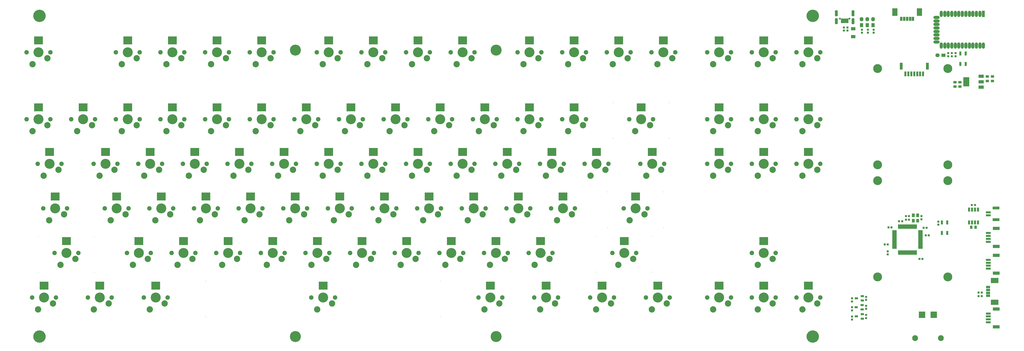
<source format=gts>
G04*
G04 #@! TF.GenerationSoftware,Altium Limited,Altium Designer,20.0.2 (26)*
G04*
G04 Layer_Color=8388736*
%FSLAX25Y25*%
%MOIN*%
G70*
G01*
G75*
%ADD54R,0.03556X0.06706*%
%ADD55R,0.03800X0.03800*%
G04:AMPARAMS|DCode=56|XSize=68mil|YSize=58mil|CornerRadius=0mil|HoleSize=0mil|Usage=FLASHONLY|Rotation=180.000|XOffset=0mil|YOffset=0mil|HoleType=Round|Shape=Octagon|*
%AMOCTAGOND56*
4,1,8,-0.03400,0.01450,-0.03400,-0.01450,-0.01950,-0.02900,0.01950,-0.02900,0.03400,-0.01450,0.03400,0.01450,0.01950,0.02900,-0.01950,0.02900,-0.03400,0.01450,0.0*
%
%ADD56OCTAGOND56*%

%ADD57R,0.06800X0.05800*%
%ADD58R,0.08674X0.12611*%
%ADD59R,0.03950X0.07099*%
%ADD60R,0.03800X0.03800*%
%ADD61R,0.07300X0.05800*%
%ADD62R,0.07887X0.03556*%
%ADD63R,0.11824X0.05524*%
%ADD64R,0.05721X0.03556*%
%ADD65O,0.01902X0.07870*%
%ADD66O,0.07870X0.01902*%
%ADD67R,0.03359X0.06600*%
%ADD68R,0.04737X0.11824*%
%ADD69R,0.03556X0.07887*%
%ADD70R,0.11824X0.04737*%
%ADD71R,0.04934X0.05918*%
G04:AMPARAMS|DCode=72|XSize=23.75mil|YSize=80.83mil|CornerRadius=0mil|HoleSize=0mil|Usage=FLASHONLY|Rotation=180.000|XOffset=0mil|YOffset=0mil|HoleType=Round|Shape=Octagon|*
%AMOCTAGOND72*
4,1,8,0.00594,-0.04042,-0.00594,-0.04042,-0.01187,-0.03448,-0.01187,0.03448,-0.00594,0.04042,0.00594,0.04042,0.01187,0.03448,0.01187,-0.03448,0.00594,-0.04042,0.0*
%
%ADD72OCTAGOND72*%

%ADD73R,0.09855X0.15761*%
%ADD74R,0.08674X0.05524*%
%ADD75R,0.04300X0.05800*%
%ADD76O,0.10642X0.05131*%
%ADD77O,0.05131X0.10642*%
%ADD78R,0.05131X0.10642*%
%ADD79R,0.05800X0.04300*%
G04:AMPARAMS|DCode=80|XSize=68mil|YSize=58mil|CornerRadius=0mil|HoleSize=0mil|Usage=FLASHONLY|Rotation=90.000|XOffset=0mil|YOffset=0mil|HoleType=Round|Shape=Octagon|*
%AMOCTAGOND80*
4,1,8,0.01450,0.03400,-0.01450,0.03400,-0.02900,0.01950,-0.02900,-0.01950,-0.01450,-0.03400,0.01450,-0.03400,0.02900,-0.01950,0.02900,0.01950,0.01450,0.03400,0.0*
%
%ADD80OCTAGOND80*%

%ADD81R,0.05800X0.06800*%
%ADD82R,0.07099X0.03950*%
%ADD83R,0.12611X0.08674*%
%ADD84C,0.18517*%
%ADD85C,0.07500*%
%ADD86C,0.10642*%
%ADD87C,0.16800*%
%ADD88R,0.14973X0.13398*%
%ADD89C,0.00800*%
%ADD90C,0.14973*%
%ADD91R,0.11036X0.11036*%
%ADD92C,0.09855*%
%ADD93C,0.03359*%
G04:AMPARAMS|DCode=94|XSize=49.34mil|YSize=98.55mil|CornerRadius=14.34mil|HoleSize=0mil|Usage=FLASHONLY|Rotation=180.000|XOffset=0mil|YOffset=0mil|HoleType=Round|Shape=RoundedRectangle|*
%AMROUNDEDRECTD94*
21,1,0.04934,0.06988,0,0,180.0*
21,1,0.02067,0.09855,0,0,180.0*
1,1,0.02867,-0.01034,0.03494*
1,1,0.02867,0.01034,0.03494*
1,1,0.02867,0.01034,-0.03494*
1,1,0.02867,-0.01034,-0.03494*
%
%ADD94ROUNDEDRECTD94*%
%ADD95C,0.20800*%
D54*
X1634929Y491858D02*
D03*
Y474142D02*
D03*
X1626071Y491858D02*
D03*
Y474142D02*
D03*
X1594924Y190061D02*
D03*
Y207778D02*
D03*
X1603783Y190061D02*
D03*
Y207778D02*
D03*
D55*
X1611676Y487440D02*
D03*
Y492558D02*
D03*
X1605426Y487440D02*
D03*
Y492558D02*
D03*
X1589000Y209059D02*
D03*
Y203941D02*
D03*
X1617926Y487440D02*
D03*
Y492558D02*
D03*
X1444047Y74689D02*
D03*
Y79807D02*
D03*
X1467547Y77189D02*
D03*
Y82307D02*
D03*
X1444047Y59689D02*
D03*
Y64807D02*
D03*
X1467547Y62189D02*
D03*
Y67307D02*
D03*
X1436130Y535689D02*
D03*
Y530571D02*
D03*
X1430130Y535689D02*
D03*
Y530571D02*
D03*
X1444047Y44189D02*
D03*
Y49307D02*
D03*
X1467547Y46689D02*
D03*
Y51807D02*
D03*
X1560666Y213107D02*
D03*
Y218225D02*
D03*
X1503780Y153930D02*
D03*
Y159049D02*
D03*
X1460727Y532018D02*
D03*
Y526900D02*
D03*
X1470476Y531959D02*
D03*
X1470476Y526841D02*
D03*
X1480226Y531959D02*
D03*
X1480226Y526841D02*
D03*
D56*
X1587500Y489000D02*
D03*
D57*
X1597500D02*
D03*
D58*
X1515803Y561500D02*
D03*
X1557197Y561500D02*
D03*
D59*
X1526712Y550435D02*
D03*
X1531633Y550435D02*
D03*
X1536554D02*
D03*
X1541476Y550435D02*
D03*
X1546397D02*
D03*
D60*
X1567941Y186000D02*
D03*
X1573059D02*
D03*
X1498941Y170500D02*
D03*
X1504059D02*
D03*
X1650700Y237000D02*
D03*
X1645250Y237006D02*
D03*
X1569225Y198781D02*
D03*
X1564107Y198781D02*
D03*
X1562225Y146395D02*
D03*
X1557107Y146395D02*
D03*
X1534606Y218166D02*
D03*
X1539724D02*
D03*
X1528166Y209781D02*
D03*
X1523047D02*
D03*
X1510225Y199281D02*
D03*
X1505107D02*
D03*
X1534606Y212166D02*
D03*
X1539724D02*
D03*
X1656728Y83500D02*
D03*
X1661846D02*
D03*
X1656728Y89500D02*
D03*
X1661846D02*
D03*
D61*
X1446000Y520250D02*
D03*
Y533750D02*
D03*
D62*
X1672958Y44579D02*
D03*
Y39658D02*
D03*
Y49500D02*
D03*
Y54421D02*
D03*
Y134800D02*
D03*
Y129878D02*
D03*
Y139721D02*
D03*
Y144642D02*
D03*
Y179965D02*
D03*
Y175043D02*
D03*
Y184886D02*
D03*
Y189807D02*
D03*
X1672801Y224551D02*
D03*
Y219630D02*
D03*
D63*
X1686147Y31980D02*
D03*
Y62098D02*
D03*
Y122201D02*
D03*
Y152319D02*
D03*
Y167366D02*
D03*
Y197485D02*
D03*
D64*
X1451407Y80001D02*
D03*
X1461247Y83741D02*
D03*
Y76261D02*
D03*
X1450907Y65000D02*
D03*
X1460747Y68740D02*
D03*
Y61260D02*
D03*
X1451407Y49501D02*
D03*
X1461247Y53241D02*
D03*
Y45761D02*
D03*
D65*
X1551766Y200762D02*
D03*
X1549796Y200762D02*
D03*
X1547828Y200762D02*
D03*
X1545860Y200762D02*
D03*
X1543892Y200762D02*
D03*
X1541922Y200762D02*
D03*
X1539954Y200762D02*
D03*
X1537986Y200762D02*
D03*
X1536017Y200762D02*
D03*
X1534048Y200762D02*
D03*
X1532080Y200762D02*
D03*
X1530112Y200762D02*
D03*
X1528143Y200762D02*
D03*
X1526175D02*
D03*
X1524206Y200762D02*
D03*
X1522237Y200762D02*
D03*
X1522237Y157062D02*
D03*
X1524207Y157062D02*
D03*
X1526175Y157062D02*
D03*
X1528143Y157062D02*
D03*
X1530111D02*
D03*
X1532080D02*
D03*
X1534048D02*
D03*
X1536017D02*
D03*
X1537986D02*
D03*
X1539954D02*
D03*
X1541922Y157062D02*
D03*
X1543892Y157062D02*
D03*
X1545860Y157062D02*
D03*
X1547828Y157062D02*
D03*
X1549796Y157062D02*
D03*
X1551766Y157062D02*
D03*
D66*
X1515151Y193676D02*
D03*
X1515152Y191707D02*
D03*
X1515151Y189739D02*
D03*
Y187770D02*
D03*
Y185802D02*
D03*
Y183833D02*
D03*
Y181865D02*
D03*
Y179896D02*
D03*
Y177928D02*
D03*
Y175959D02*
D03*
Y173991D02*
D03*
Y172022D02*
D03*
Y170054D02*
D03*
Y168085D02*
D03*
X1515152Y166117D02*
D03*
X1515151Y164148D02*
D03*
X1558852D02*
D03*
X1558851Y166117D02*
D03*
X1558852Y168085D02*
D03*
X1558851Y170054D02*
D03*
X1558852Y172022D02*
D03*
X1558851Y173991D02*
D03*
X1558852Y175959D02*
D03*
Y177928D02*
D03*
Y179896D02*
D03*
Y181865D02*
D03*
Y183833D02*
D03*
Y185802D02*
D03*
Y187770D02*
D03*
Y189739D02*
D03*
X1558851Y191707D02*
D03*
X1558852Y193676D02*
D03*
D67*
X1640612Y207548D02*
D03*
X1645612Y207548D02*
D03*
X1650612Y207548D02*
D03*
X1655612Y207548D02*
D03*
X1655612Y229202D02*
D03*
X1650612Y229202D02*
D03*
X1645612D02*
D03*
X1640612D02*
D03*
D68*
X1526453Y470689D02*
D03*
X1570547D02*
D03*
D69*
X1543579Y457500D02*
D03*
X1548500D02*
D03*
X1553421D02*
D03*
X1563264D02*
D03*
X1558342D02*
D03*
X1538657D02*
D03*
X1533736D02*
D03*
D70*
X1685990Y212347D02*
D03*
X1685990Y231835D02*
D03*
D71*
X1546882Y219667D02*
D03*
Y210611D02*
D03*
X1554165D02*
D03*
Y219667D02*
D03*
D72*
X1436661Y546835D02*
D03*
X1434102Y546835D02*
D03*
X1426425D02*
D03*
X1428984D02*
D03*
X1431543D02*
D03*
D73*
X1635806Y444402D02*
D03*
D74*
X1660805D02*
D03*
Y453457D02*
D03*
Y435347D02*
D03*
D75*
X1651740Y199500D02*
D03*
X1644260Y199500D02*
D03*
D76*
X1585968Y534953D02*
D03*
Y529047D02*
D03*
Y523142D02*
D03*
Y517236D02*
D03*
Y540858D02*
D03*
Y546764D02*
D03*
Y552669D02*
D03*
Y511331D02*
D03*
D77*
X1593843Y505425D02*
D03*
X1599748D02*
D03*
X1605654D02*
D03*
X1611559D02*
D03*
X1617465D02*
D03*
X1623370D02*
D03*
X1629276D02*
D03*
X1635181D02*
D03*
X1641087D02*
D03*
X1646992D02*
D03*
X1652898D02*
D03*
X1658803D02*
D03*
X1664709D02*
D03*
X1658803Y558575D02*
D03*
X1652898D02*
D03*
X1646992D02*
D03*
X1641087D02*
D03*
X1635181D02*
D03*
X1629276D02*
D03*
X1623370D02*
D03*
X1617465D02*
D03*
X1611559D02*
D03*
X1605654D02*
D03*
X1599748D02*
D03*
X1593843D02*
D03*
D78*
X1664709D02*
D03*
D79*
X1671378Y445759D02*
D03*
X1671378Y453240D02*
D03*
X1679878Y445759D02*
D03*
X1679878Y453240D02*
D03*
X1616878Y436260D02*
D03*
Y443740D02*
D03*
X1625378Y436260D02*
D03*
X1625378Y443740D02*
D03*
D80*
X1459785Y549500D02*
D03*
X1469535Y549500D02*
D03*
X1479285Y549500D02*
D03*
D81*
X1459785Y539500D02*
D03*
X1469535D02*
D03*
X1479285Y539500D02*
D03*
D82*
X1672565Y84194D02*
D03*
Y89115D02*
D03*
Y94036D02*
D03*
Y98958D02*
D03*
D83*
X1683630Y73394D02*
D03*
Y109866D02*
D03*
D84*
X846000Y497500D02*
D03*
X508500D02*
D03*
X846000Y15748D02*
D03*
X508500D02*
D03*
D85*
X103840Y156376D02*
D03*
X143840D02*
D03*
X1060090Y231376D02*
D03*
X1100090D02*
D03*
X106256Y81430D02*
D03*
X66256D02*
D03*
X200006D02*
D03*
X160005D02*
D03*
X293756D02*
D03*
X253755D02*
D03*
X856254D02*
D03*
X816254D02*
D03*
X950006D02*
D03*
X910006D02*
D03*
X1043754D02*
D03*
X1003754D02*
D03*
X1137506D02*
D03*
X1097506D02*
D03*
X1069464Y381376D02*
D03*
X1109464D02*
D03*
X125036Y231382D02*
D03*
X85036D02*
D03*
X1041338Y156376D02*
D03*
X1081338D02*
D03*
X96965Y493877D02*
D03*
X56965D02*
D03*
X246965D02*
D03*
X206965D02*
D03*
X321965D02*
D03*
X281965D02*
D03*
X396965D02*
D03*
X356965D02*
D03*
X471964D02*
D03*
X431964D02*
D03*
X584464D02*
D03*
X544464D02*
D03*
X659464D02*
D03*
X619464D02*
D03*
X734464D02*
D03*
X694464D02*
D03*
X809464D02*
D03*
X769464D02*
D03*
X921964D02*
D03*
X881964D02*
D03*
X996964D02*
D03*
X956964D02*
D03*
X1071964D02*
D03*
X1031964D02*
D03*
X1146964D02*
D03*
X1106964D02*
D03*
X1240716D02*
D03*
X1200716D02*
D03*
X1315716D02*
D03*
X1275716D02*
D03*
X1390716D02*
D03*
X1350716D02*
D03*
X96965Y381376D02*
D03*
X56965D02*
D03*
X171965D02*
D03*
X131965D02*
D03*
X246965D02*
D03*
X206965D02*
D03*
X321965D02*
D03*
X281965D02*
D03*
X396965D02*
D03*
X356965D02*
D03*
X471964D02*
D03*
X431964D02*
D03*
X546964D02*
D03*
X506964D02*
D03*
X621964D02*
D03*
X581964D02*
D03*
X696964D02*
D03*
X656964D02*
D03*
X771964D02*
D03*
X731964D02*
D03*
X846964D02*
D03*
X806964D02*
D03*
X921964D02*
D03*
X881964D02*
D03*
X996964D02*
D03*
X956964D02*
D03*
X1240716D02*
D03*
X1200716D02*
D03*
X1315716D02*
D03*
X1275716D02*
D03*
X1390716D02*
D03*
X1350716D02*
D03*
X209465Y306376D02*
D03*
X169465D02*
D03*
X284465D02*
D03*
X244465D02*
D03*
X359465D02*
D03*
X319465D02*
D03*
X434464D02*
D03*
X394464D02*
D03*
X509464D02*
D03*
X469464D02*
D03*
X584464D02*
D03*
X544464D02*
D03*
X659464D02*
D03*
X619464D02*
D03*
X1390716Y81376D02*
D03*
X1350716D02*
D03*
X734464Y306376D02*
D03*
X694464D02*
D03*
X809464D02*
D03*
X769464D02*
D03*
X884464D02*
D03*
X844464D02*
D03*
X959464D02*
D03*
X919464D02*
D03*
X1034464D02*
D03*
X994464D02*
D03*
X1240716D02*
D03*
X1200716D02*
D03*
X1315716D02*
D03*
X1275716D02*
D03*
X1390716D02*
D03*
X1350716D02*
D03*
X228215Y231376D02*
D03*
X188215D02*
D03*
X303215D02*
D03*
X263215D02*
D03*
X378215D02*
D03*
X338215D02*
D03*
X453216D02*
D03*
X413216D02*
D03*
X528216D02*
D03*
X488216D02*
D03*
X603216D02*
D03*
X563216D02*
D03*
X678216D02*
D03*
X638216D02*
D03*
X753216D02*
D03*
X713216D02*
D03*
X828216D02*
D03*
X788216D02*
D03*
X903216D02*
D03*
X863216D02*
D03*
X978216D02*
D03*
X938216D02*
D03*
X265715Y156376D02*
D03*
X225715D02*
D03*
X340715D02*
D03*
X300715D02*
D03*
X415716D02*
D03*
X375716D02*
D03*
X490716D02*
D03*
X450716D02*
D03*
X565716D02*
D03*
X525716D02*
D03*
X640716D02*
D03*
X600716D02*
D03*
X715716D02*
D03*
X675716D02*
D03*
X790716D02*
D03*
X750716D02*
D03*
X865716D02*
D03*
X825716D02*
D03*
X940716D02*
D03*
X900716D02*
D03*
X1315716D02*
D03*
X1275716D02*
D03*
X1240716Y81376D02*
D03*
X1200716D02*
D03*
X1315716D02*
D03*
X1275716D02*
D03*
X115715Y306376D02*
D03*
X75715D02*
D03*
X1128216D02*
D03*
X1088216D02*
D03*
X535090Y81376D02*
D03*
X575090D02*
D03*
D86*
X138840Y146376D02*
D03*
X113840Y136375D02*
D03*
X1095090Y221375D02*
D03*
X1070090Y211375D02*
D03*
X76256Y61430D02*
D03*
X101256Y71430D02*
D03*
X170006Y61430D02*
D03*
X195006Y71430D02*
D03*
X263755Y61430D02*
D03*
X288755Y71430D02*
D03*
X826254Y61430D02*
D03*
X851254Y71430D02*
D03*
X920006Y61430D02*
D03*
X945006Y71430D02*
D03*
X1013754Y61430D02*
D03*
X1038754Y71430D02*
D03*
X1107506Y61430D02*
D03*
X1132506Y71430D02*
D03*
X1104464Y371375D02*
D03*
X1079464Y361375D02*
D03*
X95036Y211382D02*
D03*
X120036Y221381D02*
D03*
X1076338Y146376D02*
D03*
X1051338Y136375D02*
D03*
X66965Y473877D02*
D03*
X91965Y483877D02*
D03*
X216965Y473877D02*
D03*
X241965Y483877D02*
D03*
X291965Y473877D02*
D03*
X316965Y483877D02*
D03*
X366965Y473877D02*
D03*
X391965Y483877D02*
D03*
X441964Y473877D02*
D03*
X466964Y483877D02*
D03*
X554464Y473877D02*
D03*
X579464Y483877D02*
D03*
X629464Y473877D02*
D03*
X654464Y483877D02*
D03*
X704464Y473877D02*
D03*
X729464Y483877D02*
D03*
X779464Y473877D02*
D03*
X804464Y483877D02*
D03*
X891964Y473877D02*
D03*
X916964Y483877D02*
D03*
X966964Y473877D02*
D03*
X991964Y483877D02*
D03*
X1041964Y473877D02*
D03*
X1066964Y483877D02*
D03*
X1116964Y473877D02*
D03*
X1141964Y483877D02*
D03*
X1210716Y473877D02*
D03*
X1235716Y483877D02*
D03*
X1285716Y473877D02*
D03*
X1310716Y483877D02*
D03*
X1360716Y473877D02*
D03*
X1385716Y483877D02*
D03*
X66965Y361375D02*
D03*
X91965Y371375D02*
D03*
X141965Y361375D02*
D03*
X166965Y371375D02*
D03*
X216965Y361375D02*
D03*
X241965Y371375D02*
D03*
X291965Y361375D02*
D03*
X316965Y371375D02*
D03*
X366965Y361375D02*
D03*
X391965Y371375D02*
D03*
X441964Y361375D02*
D03*
X466964Y371375D02*
D03*
X516964Y361375D02*
D03*
X541964Y371375D02*
D03*
X591964Y361375D02*
D03*
X616964Y371375D02*
D03*
X666964Y361375D02*
D03*
X691964Y371375D02*
D03*
X741964Y361375D02*
D03*
X766964Y371375D02*
D03*
X816964Y361375D02*
D03*
X841964Y371375D02*
D03*
X891964Y361375D02*
D03*
X916964Y371375D02*
D03*
X966964Y361375D02*
D03*
X991964Y371375D02*
D03*
X1210716Y361375D02*
D03*
X1235716Y371375D02*
D03*
X1285716Y361375D02*
D03*
X1310716Y371375D02*
D03*
X1360716Y361375D02*
D03*
X1385716Y371375D02*
D03*
X179465Y286375D02*
D03*
X204465Y296375D02*
D03*
X254465Y286375D02*
D03*
X279465Y296375D02*
D03*
X329465Y286375D02*
D03*
X354465Y296375D02*
D03*
X404464Y286375D02*
D03*
X429464Y296375D02*
D03*
X479464Y286375D02*
D03*
X504464Y296375D02*
D03*
X554464Y286375D02*
D03*
X579464Y296375D02*
D03*
X629464Y286375D02*
D03*
X654464Y296375D02*
D03*
X1360716Y61376D02*
D03*
X1385716Y71376D02*
D03*
X704464Y286375D02*
D03*
X729464Y296375D02*
D03*
X779464Y286375D02*
D03*
X804464Y296375D02*
D03*
X854464Y286375D02*
D03*
X879464Y296375D02*
D03*
X929464Y286375D02*
D03*
X954464Y296375D02*
D03*
X1004464Y286375D02*
D03*
X1029464Y296375D02*
D03*
X1210716Y286375D02*
D03*
X1235716Y296375D02*
D03*
X1285716Y286375D02*
D03*
X1310716Y296375D02*
D03*
X1360716Y286375D02*
D03*
X1385716Y296375D02*
D03*
X198215Y211375D02*
D03*
X223215Y221375D02*
D03*
X273215Y211375D02*
D03*
X298215Y221375D02*
D03*
X348215Y211375D02*
D03*
X373215Y221375D02*
D03*
X423216Y211375D02*
D03*
X448216Y221375D02*
D03*
X498216Y211375D02*
D03*
X523216Y221375D02*
D03*
X573216Y211375D02*
D03*
X598216Y221375D02*
D03*
X648216Y211375D02*
D03*
X673216Y221375D02*
D03*
X723216Y211375D02*
D03*
X748216Y221375D02*
D03*
X798216Y211375D02*
D03*
X823216Y221375D02*
D03*
X873216Y211375D02*
D03*
X898216Y221375D02*
D03*
X948216Y211375D02*
D03*
X973216Y221375D02*
D03*
X235715Y136375D02*
D03*
X260715Y146376D02*
D03*
X310715Y136375D02*
D03*
X335715Y146376D02*
D03*
X385716Y136375D02*
D03*
X410716Y146376D02*
D03*
X460716Y136375D02*
D03*
X485716Y146376D02*
D03*
X535716Y136375D02*
D03*
X560716Y146376D02*
D03*
X610716Y136375D02*
D03*
X635716Y146376D02*
D03*
X685716Y136375D02*
D03*
X710716Y146376D02*
D03*
X760716Y136375D02*
D03*
X785716Y146376D02*
D03*
X835716Y136375D02*
D03*
X860716Y146376D02*
D03*
X910716Y136375D02*
D03*
X935716Y146376D02*
D03*
X1285716Y136375D02*
D03*
X1310716Y146376D02*
D03*
X1210716Y61376D02*
D03*
X1235716Y71376D02*
D03*
X1285716Y61376D02*
D03*
X1310716Y71376D02*
D03*
X85715Y286375D02*
D03*
X110715Y296375D02*
D03*
X1098216Y286375D02*
D03*
X1123216Y296375D02*
D03*
X570090Y71376D02*
D03*
X545090Y61376D02*
D03*
D87*
X123840Y156376D02*
D03*
X1080090Y231376D02*
D03*
X86256Y81430D02*
D03*
X180006D02*
D03*
X273756D02*
D03*
X836254D02*
D03*
X930006D02*
D03*
X1023754D02*
D03*
X1117506D02*
D03*
X1089464Y381376D02*
D03*
X105036Y231382D02*
D03*
X1061338Y156376D02*
D03*
X76965Y493877D02*
D03*
X226965D02*
D03*
X301965D02*
D03*
X376965D02*
D03*
X451964D02*
D03*
X564464D02*
D03*
X639464D02*
D03*
X714464D02*
D03*
X789464D02*
D03*
X901964D02*
D03*
X976964D02*
D03*
X1051964D02*
D03*
X1126964D02*
D03*
X1220716D02*
D03*
X1295716D02*
D03*
X1370716D02*
D03*
X76965Y381376D02*
D03*
X151965D02*
D03*
X226965D02*
D03*
X301965D02*
D03*
X376965D02*
D03*
X451964D02*
D03*
X526964D02*
D03*
X601964D02*
D03*
X676964D02*
D03*
X751964D02*
D03*
X826964D02*
D03*
X901964D02*
D03*
X976964D02*
D03*
X1220716D02*
D03*
X1295716D02*
D03*
X1370716D02*
D03*
X189465Y306376D02*
D03*
X264465D02*
D03*
X339465D02*
D03*
X414464D02*
D03*
X489464D02*
D03*
X564464D02*
D03*
X639464D02*
D03*
X1370716Y81376D02*
D03*
X714464Y306376D02*
D03*
X789464D02*
D03*
X864464D02*
D03*
X939464D02*
D03*
X1014464D02*
D03*
X1220716D02*
D03*
X1295716D02*
D03*
X1370716D02*
D03*
X208215Y231376D02*
D03*
X283215D02*
D03*
X358215D02*
D03*
X433216D02*
D03*
X508216D02*
D03*
X583216D02*
D03*
X658216D02*
D03*
X733216D02*
D03*
X808216D02*
D03*
X883216D02*
D03*
X958216D02*
D03*
X245715Y156376D02*
D03*
X320715D02*
D03*
X395716D02*
D03*
X470716D02*
D03*
X545716D02*
D03*
X620716D02*
D03*
X695716D02*
D03*
X770716D02*
D03*
X845716D02*
D03*
X920716D02*
D03*
X1295716D02*
D03*
X1220716Y81376D02*
D03*
X1295716D02*
D03*
X95715Y306376D02*
D03*
X1108216D02*
D03*
X555090Y81376D02*
D03*
D88*
X123840Y176375D02*
D03*
X1080090Y251376D02*
D03*
X86256Y101430D02*
D03*
X180006D02*
D03*
X273756D02*
D03*
X836254D02*
D03*
X930006D02*
D03*
X1023754D02*
D03*
X1117506D02*
D03*
X1089464Y401375D02*
D03*
X105036Y251381D02*
D03*
X1061338Y176375D02*
D03*
X76965Y513877D02*
D03*
X226965D02*
D03*
X301965D02*
D03*
X376965D02*
D03*
X451964D02*
D03*
X564464D02*
D03*
X639464D02*
D03*
X714464D02*
D03*
X789464D02*
D03*
X901964D02*
D03*
X976964D02*
D03*
X1051964D02*
D03*
X1126964D02*
D03*
X1220716D02*
D03*
X1295716D02*
D03*
X1370716D02*
D03*
X76965Y401375D02*
D03*
X151965D02*
D03*
X226965D02*
D03*
X301965D02*
D03*
X376965D02*
D03*
X451964D02*
D03*
X526964D02*
D03*
X601964D02*
D03*
X676964D02*
D03*
X751964D02*
D03*
X826964D02*
D03*
X901964D02*
D03*
X976964D02*
D03*
X1220716D02*
D03*
X1295716D02*
D03*
X1370716D02*
D03*
X189465Y326376D02*
D03*
X264465D02*
D03*
X339465D02*
D03*
X414464D02*
D03*
X489464D02*
D03*
X564464D02*
D03*
X639464D02*
D03*
X1370716Y101376D02*
D03*
X714464Y326376D02*
D03*
X789464D02*
D03*
X864464D02*
D03*
X939464D02*
D03*
X1014464D02*
D03*
X1220716D02*
D03*
X1295716D02*
D03*
X1370716D02*
D03*
X208215Y251376D02*
D03*
X283215D02*
D03*
X358215D02*
D03*
X433216D02*
D03*
X508216D02*
D03*
X583216D02*
D03*
X658216D02*
D03*
X733216D02*
D03*
X808216D02*
D03*
X883216D02*
D03*
X958216D02*
D03*
X245715Y176375D02*
D03*
X320715D02*
D03*
X395716D02*
D03*
X470716D02*
D03*
X545716D02*
D03*
X620716D02*
D03*
X695716D02*
D03*
X770716D02*
D03*
X845716D02*
D03*
X920716D02*
D03*
X1295716D02*
D03*
X1220716Y101376D02*
D03*
X1295716D02*
D03*
X95715Y326376D02*
D03*
X1108216D02*
D03*
X555090Y101376D02*
D03*
D89*
X752090Y108876D02*
D03*
Y48876D02*
D03*
X358090D02*
D03*
Y108876D02*
D03*
X1127090Y258875D02*
D03*
Y198875D02*
D03*
X1033090D02*
D03*
Y258875D02*
D03*
X1108338Y183876D02*
D03*
Y123875D02*
D03*
X1014338D02*
D03*
Y183876D02*
D03*
X1136464Y408876D02*
D03*
Y348875D02*
D03*
X1042464D02*
D03*
Y408876D02*
D03*
X170840Y183876D02*
D03*
Y123875D02*
D03*
X76840D02*
D03*
Y183876D02*
D03*
D90*
X1487000Y116000D02*
D03*
X1605000D02*
D03*
Y278000D02*
D03*
X1487000D02*
D03*
Y304500D02*
D03*
X1605000D02*
D03*
Y466500D02*
D03*
X1487000D02*
D03*
D91*
X1561658Y52185D02*
D03*
X1581343D02*
D03*
D92*
X1593153Y12815D02*
D03*
X1549846D02*
D03*
D93*
X1439417Y550610D02*
D03*
X1423669D02*
D03*
D94*
X1445618Y559764D02*
D03*
X1417468Y559764D02*
D03*
X1445618Y546181D02*
D03*
X1417468Y546181D02*
D03*
D95*
X78740Y555118D02*
D03*
X1377953Y15748D02*
D03*
Y555118D02*
D03*
X78740Y15748D02*
D03*
M02*

</source>
